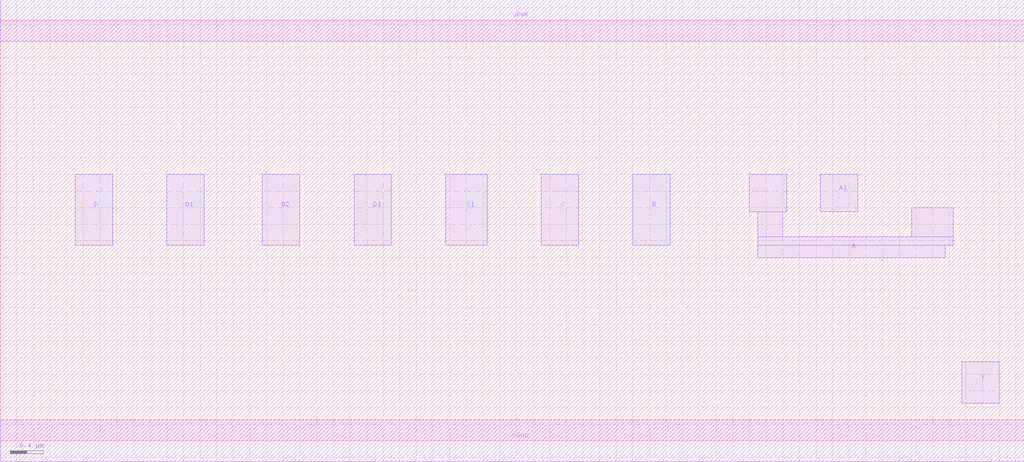
<source format=lef>
VERSION 5.7 ;
  NOWIREEXTENSIONATPIN ON ;
  DIVIDERCHAR "/" ;
  BUSBITCHARS "[]" ;
MACRO AOAAOI2124
  CLASS CORE ;
  FOREIGN AOAAOI2124 ;
  ORIGIN 0.000 0.000 ;
  SIZE 12.300 BY 5.050 ;
  SYMMETRY X Y R90 ;
  SITE unit ;
  PIN VPWR
    DIRECTION INOUT ;
    USE POWER ;
    SHAPE ABUTMENT ;
    PORT
      LAYER Metal1 ;
        RECT 0.000 4.800 12.300 5.300 ;
    END
  END VPWR
  PIN VGND
    DIRECTION INOUT ;
    USE GROUND ;
    SHAPE ABUTMENT ;
    PORT
      LAYER Metal1 ;
        RECT 0.000 -0.250 12.300 0.250 ;
    END
  END VGND
  PIN Y
    DIRECTION INOUT ;
    USE SIGNAL ;
    SHAPE ABUTMENT ;
    PORT
      LAYER Metal2 ;
        RECT 11.550 0.450 12.000 0.950 ;
    END
  END Y
  PIN C1
    DIRECTION INOUT ;
    USE SIGNAL ;
    SHAPE ABUTMENT ;
    PORT
      LAYER Metal2 ;
        RECT 5.350 2.350 5.850 3.200 ;
    END
  END C1
  PIN D1
    DIRECTION INOUT ;
    USE SIGNAL ;
    SHAPE ABUTMENT ;
    PORT
      LAYER Metal2 ;
        RECT 2.000 2.350 2.450 3.200 ;
    END
  END D1
  PIN D2
    DIRECTION INOUT ;
    USE SIGNAL ;
    SHAPE ABUTMENT ;
    PORT
      LAYER Metal2 ;
        RECT 3.150 2.350 3.600 3.200 ;
    END
  END D2
  PIN D
    DIRECTION INOUT ;
    USE SIGNAL ;
    SHAPE ABUTMENT ;
    PORT
      LAYER Metal2 ;
        RECT 0.900 2.350 1.350 3.200 ;
    END
  END D
  PIN D3
    DIRECTION INOUT ;
    USE SIGNAL ;
    SHAPE ABUTMENT ;
    PORT
      LAYER Metal2 ;
        RECT 4.250 2.350 4.700 3.200 ;
    END
  END D3
  PIN C
    DIRECTION INOUT ;
    USE SIGNAL ;
    SHAPE ABUTMENT ;
    PORT
      LAYER Metal2 ;
        RECT 6.500 2.350 6.950 3.200 ;
    END
  END C
  PIN A
    DIRECTION INOUT ;
    USE SIGNAL ;
    SHAPE ABUTMENT ;
    PORT
      LAYER Metal2 ;
        RECT 9.000 2.750 9.450 3.200 ;
        RECT 9.100 2.450 9.400 2.750 ;
        RECT 10.950 2.450 11.450 2.800 ;
        RECT 9.100 2.350 11.450 2.450 ;
        RECT 9.100 2.200 11.350 2.350 ;
    END
  END A
  PIN A1
    DIRECTION INOUT ;
    USE SIGNAL ;
    SHAPE ABUTMENT ;
    PORT
      LAYER Metal2 ;
        RECT 9.850 2.750 10.300 3.200 ;
    END
  END A1
  PIN B
    DIRECTION INOUT ;
    USE SIGNAL ;
    SHAPE ABUTMENT ;
    PORT
      LAYER Metal2 ;
        RECT 7.600 2.350 8.050 3.200 ;
    END
  END B
END AOAAOI2124
END LIBRARY


</source>
